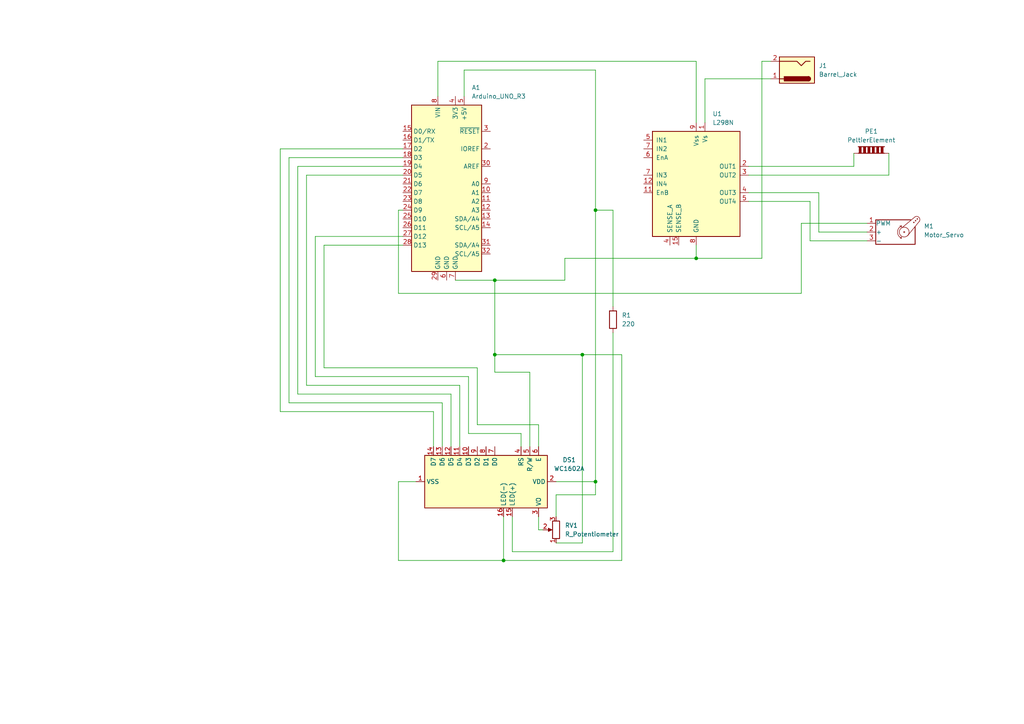
<source format=kicad_sch>
(kicad_sch (version 20231120) (generator "eeschema") (generator_version "8.0")
  (paper "A4")
  (lib_symbols
    (symbol "Connector:Barrel_Jack" (pin_names (offset 1.016))
      (property "Reference" "J" (at 0 5.334 0))
      (property "Value" "Barrel_Jack" (at 0 -5.08 0))
      (symbol "Barrel_Jack_0_1"
        (rectangle (start -5.08 3.81) (end 5.08 -3.81) (stroke (width 0.254)) (fill (type background)))
        (arc (start -3.302 3.175) (mid -3.9343 2.54) (end -3.302 1.905) (stroke (width 0.254)))
        (arc (start -3.302 3.175) (mid -3.9343 2.54) (end -3.302 1.905) (stroke (width 0.254)) (fill (type outline)))
        (polyline (pts (xy 5.08 2.54) (xy 3.81 2.54)) (stroke (width 0.254)))
        (polyline (pts (xy -3.81 -2.54) (xy -2.54 -2.54) (xy -1.27 -1.27) (xy 0 -2.54) (xy 2.54 -2.54) (xy 5.08 -2.54)) (stroke (width 0.254)))
        (rectangle (start 3.683 3.175) (end -3.302 1.905) (stroke (width 0.254)) (fill (type outline)))
      )
      (symbol "Barrel_Jack_1_1"
        (pin passive line (at 7.62 2.54 180) (length 2.54) (name "~") (number "1"))
        (pin passive line (at 7.62 -2.54 180) (length 2.54) (name "~") (number "2"))
      )
    )
    (symbol "Device:PeltierElement" (pin_numbers hide) (pin_names (offset 0))
      (property "Reference" "PE" (at 0 3.175 0))
      (property "Value" "PeltierElement" (at 0 -1.27 0))
      (symbol "PeltierElement_0_1"
        (rectangle (start -3.556 1.905) (end -2.921 0) (fill (type outline)))
        (rectangle (start -2.286 1.905) (end -1.651 0) (fill (type outline)))
        (rectangle (start -0.381 1.905) (end -1.016 0) (fill (type outline)))
        (polyline (pts (xy -3.81 0) (xy 3.81 0)) (stroke (width 0.254)) (fill (type outline)))
        (polyline (pts (xy -3.81 1.905) (xy 3.81 1.905)) (stroke (width 0.254)))
        (rectangle (start 0.889 1.905) (end 0.254 0) (fill (type outline)))
        (rectangle (start 1.524 0) (end 2.159 1.905) (fill (type outline)))
        (rectangle (start 2.794 0) (end 3.429 1.905) (fill (type outline)))
      )
      (symbol "PeltierElement_1_1"
        (pin passive line (at -5.08 0 0) (length 1.27) (name "~") (number "1"))
        (pin passive line (at 5.08 0 180) (length 1.27) (name "~") (number "2"))
      )
    )
    (symbol "Device:R" (pin_numbers hide) (pin_names (offset 0))
      (property "Reference" "R" (at 2.032 0 90))
      (property "Value" "R" (at 0 0 90))
      (symbol "R_0_1"
        (rectangle (start -1.016 -2.54) (end 1.016 2.54) (stroke (width 0.254)))
      )
      (symbol "R_1_1"
        (pin passive line (at 0 3.81 270) (length 1.27) (name "~") (number "1"))
        (pin passive line (at 0 -3.81 90) (length 1.27) (name "~") (number "2"))
      )
    )
    (symbol "Device:R_Potentiometer" (pin_names (offset 1.016) hide)
      (property "Reference" "RV" (at -4.445 0 90))
      (property "Value" "R_Potentiometer" (at -2.54 0 90))
      (symbol "R_Potentiometer_0_1"
        (polyline (pts (xy 2.54 0) (xy 1.524 0)))
        (polyline (pts (xy 1.143 0) (xy 2.286 0.508) (xy 2.286 -0.508) (xy 1.143 0)) (fill (type outline)))
        (rectangle (start 1.016 2.54) (end -1.016 -2.54) (stroke (width 0.254)))
      )
      (symbol "R_Potentiometer_1_1"
        (pin passive line (at 0 3.81 270) (length 1.27) (name "1") (number "1"))
        (pin passive line (at 3.81 0 180) (length 1.27) (name "2") (number "2"))
        (pin passive line (at 0 -3.81 90) (length 1.27) (name "3") (number "3"))
      )
    )
    (symbol "Display_Character:WC1602A"
      (property "Reference" "DS" (at -5.842 19.05 0))
      (property "Value" "WC1602A" (at 5.334 19.05 0))
      (symbol "WC1602A_1_1"
        (rectangle (start -7.62 17.78) (end 7.62 -17.78) (stroke (width 0.254)) (fill (type background)))
        (pin power_in line (at 0 -20.32 90) (length 2.54) (name "VSS") (number "1"))
        (pin input line (at -10.16 -5.08 0) (length 2.54) (name "D3") (number "10"))
        (pin input line (at -10.16 -7.62 0) (length 2.54) (name "D4") (number "11"))
        (pin input line (at -10.16 -10.16 0) (length 2.54) (name "D5") (number "12"))
        (pin input line (at -10.16 -12.7 0) (length 2.54) (name "D6") (number "13"))
        (pin input line (at -10.16 -15.24 0) (length 2.54) (name "D7") (number "14"))
        (pin power_in line (at 10.16 7.62 180) (length 2.54) (name "LED(+)") (number "15"))
        (pin power_in line (at 10.16 5.08 180) (length 2.54) (name "LED(-)") (number "16"))
        (pin power_in line (at 0 20.32 270) (length 2.54) (name "VDD") (number "2"))
        (pin input line (at 10.16 15.24 180) (length 2.54) (name "VO") (number "3"))
        (pin input line (at -10.16 10.16 0) (length 2.54) (name "RS") (number "4"))
        (pin input line (at -10.16 12.7 0) (length 2.54) (name "R/W") (number "5"))
        (pin input line (at -10.16 15.24 0) (length 2.54) (name "E") (number "6"))
        (pin input line (at -10.16 2.54 0) (length 2.54) (name "D0") (number "7"))
        (pin input line (at -10.16 0 0) (length 2.54) (name "D1") (number "8"))
        (pin input line (at -10.16 -2.54 0) (length 2.54) (name "D2") (number "9"))
      )
    )
    (symbol "Driver_Motor:L298N" (pin_names (offset 1.016))
      (property "Reference" "U1" (at 4.7341 20.32 0))
      (property "Value" "L298N" (at 4.7341 17.78 0))
      (symbol "L298N_0_1"
        (rectangle (start -12.7 15.24) (end 12.7 -15.24) (stroke (width 0.254)) (fill (type background)))
      )
      (symbol "L298N_1_1"
        (pin power_in line (at 2.54 17.78 270) (length 2.54) (name "Vs") (number "1"))
        (pin input line (at -15.24 -2.54 0) (length 2.54) (name "EnB") (number "11"))
        (pin input line (at -15.24 0 0) (length 2.54) (name "IN4") (number "12"))
        (pin power_in line (at -5.08 -17.78 90) (length 2.54) (name "SENSE_B") (number "15"))
        (pin output line (at 15.24 5.08 180) (length 2.54) (name "OUT1") (number "2"))
        (pin output line (at 15.24 2.54 180) (length 2.54) (name "OUT2") (number "3"))
        (pin output line (at 15.24 -2.54 180) (length 2.54) (name "OUT3") (number "4"))
        (pin power_in line (at -7.62 -17.78 90) (length 2.54) (name "SENSE_A") (number "4"))
        (pin input line (at -15.24 12.7 0) (length 2.54) (name "IN1") (number "5"))
        (pin output line (at 15.24 -5.08 180) (length 2.54) (name "OUT4") (number "5"))
        (pin input line (at -15.24 7.62 0) (length 2.54) (name "EnA") (number "6"))
        (pin input line (at -15.24 10.16 0) (length 2.54) (name "IN2") (number "7"))
        (pin input line (at -15.24 2.54 0) (length 2.54) (name "IN3") (number "7"))
        (pin power_in line (at 0 -17.78 90) (length 2.54) (name "GND") (number "8"))
        (pin power_in line (at 0 17.78 270) (length 2.54) (name "Vss") (number "9"))
      )
    )
    (symbol "MCU_Module:Arduino_UNO_R3"
      (property "Reference" "A" (at -10.16 23.495 0))
      (property "Value" "Arduino_UNO_R3" (at 5.08 -26.67 0))
      (symbol "Arduino_UNO_R3_0_1"
        (rectangle (start -10.16 22.86) (end 10.16 -25.4) (stroke (width 0.254)) (fill (type background)))
      )
      (symbol "Arduino_UNO_R3_1_1"
        (pin no_connect line (at -10.16 -20.32 0) (length 2.54) hide (name "NC") (number "1"))
        (pin bidirectional line (at 12.7 -2.54 180) (length 2.54) (name "A1") (number "10"))
        (pin bidirectional line (at 12.7 -5.08 180) (length 2.54) (name "A2") (number "11"))
        (pin bidirectional line (at 12.7 -7.62 180) (length 2.54) (name "A3") (number "12"))
        (pin bidirectional line (at 12.7 -10.16 180) (length 2.54) (name "SDA/A4") (number "13"))
        (pin bidirectional line (at 12.7 -12.7 180) (length 2.54) (name "SCL/A5") (number "14"))
        (pin bidirectional line (at -12.7 15.24 0) (length 2.54) (name "D0/RX") (number "15"))
        (pin bidirectional line (at -12.7 12.7 0) (length 2.54) (name "D1/TX") (number "16"))
        (pin bidirectional line (at -12.7 10.16 0) (length 2.54) (name "D2") (number "17"))
        (pin bidirectional line (at -12.7 7.62 0) (length 2.54) (name "D3") (number "18"))
        (pin bidirectional line (at -12.7 5.08 0) (length 2.54) (name "D4") (number "19"))
        (pin output line (at 12.7 10.16 180) (length 2.54) (name "IOREF") (number "2"))
        (pin bidirectional line (at -12.7 2.54 0) (length 2.54) (name "D5") (number "20"))
        (pin bidirectional line (at -12.7 0 0) (length 2.54) (name "D6") (number "21"))
        (pin bidirectional line (at -12.7 -2.54 0) (length 2.54) (name "D7") (number "22"))
        (pin bidirectional line (at -12.7 -5.08 0) (length 2.54) (name "D8") (number "23"))
        (pin bidirectional line (at -12.7 -7.62 0) (length 2.54) (name "D9") (number "24"))
        (pin bidirectional line (at -12.7 -10.16 0) (length 2.54) (name "D10") (number "25"))
        (pin bidirectional line (at -12.7 -12.7 0) (length 2.54) (name "D11") (number "26"))
        (pin bidirectional line (at -12.7 -15.24 0) (length 2.54) (name "D12") (number "27"))
        (pin bidirectional line (at -12.7 -17.78 0) (length 2.54) (name "D13") (number "28"))
        (pin power_in line (at -2.54 -27.94 90) (length 2.54) (name "GND") (number "29"))
        (pin input line (at 12.7 15.24 180) (length 2.54) (name "~{RESET}") (number "3"))
        (pin input line (at 12.7 5.08 180) (length 2.54) (name "AREF") (number "30"))
        (pin bidirectional line (at 12.7 -17.78 180) (length 2.54) (name "SDA/A4") (number "31"))
        (pin bidirectional line (at 12.7 -20.32 180) (length 2.54) (name "SCL/A5") (number "32"))
        (pin power_out line (at 2.54 25.4 270) (length 2.54) (name "3V3") (number "4"))
        (pin power_out line (at 5.08 25.4 270) (length 2.54) (name "+5V") (number "5"))
        (pin power_in line (at 0 -27.94 90) (length 2.54) (name "GND") (number "6"))
        (pin power_in line (at 2.54 -27.94 90) (length 2.54) (name "GND") (number "7"))
        (pin power_in line (at -2.54 25.4 270) (length 2.54) (name "VIN") (number "8"))
        (pin bidirectional line (at 12.7 0 180) (length 2.54) (name "A0") (number "9"))
      )
    )
    (symbol "Motor:Motor_Servo" (pin_names (offset 0.0254))
      (property "Reference" "M" (at -5.08 4.445 0))
      (property "Value" "Motor_Servo" (at -5.08 -4.064 0))
      (symbol "Motor_Servo_0_1"
        (polyline (pts (xy 2.413 -1.778) (xy 2.032 -1.778)))
        (polyline (pts (xy 2.413 -1.778) (xy 2.286 -1.397)))
        (polyline (pts (xy 2.413 1.778) (xy 1.905 1.778)))
        (polyline (pts (xy 2.413 1.778) (xy 2.286 1.397)))
        (polyline (pts (xy 6.35 4.445) (xy 2.54 1.27)))
        (polyline (pts (xy 7.62 3.175) (xy 4.191 -1.016)))
        (polyline (pts (xy 5.08 3.556) (xy -5.08 3.556) (xy -5.08 -3.556) (xy 6.35 -3.556) (xy 6.35 1.524)) (stroke (width 0.254)))
        (arc (start 2.413 1.778) (mid 1.2406 0) (end 2.413 -1.778))
        (circle (center 3.175 0) (radius 0.1778))
        (circle (center 3.175 0) (radius 1.4224))
        (circle (center 5.969 2.794) (radius 0.127))
        (circle (center 6.477 3.302) (radius 0.127))
        (circle (center 6.985 3.81) (radius 0.127))
        (arc (start 7.62 3.175) (mid 7.4485 4.2735) (end 6.35 4.445))
      )
      (symbol "Motor_Servo_1_1"
        (pin passive line (at -7.62 2.54 0) (length 2.54) (name "PWM") (number "1"))
        (pin passive line (at -7.62 0 0) (length 2.54) (name "+") (number "2"))
        (pin passive line (at -7.62 -2.54 0) (length 2.54) (name "-") (number "3"))
      )
    )
  )
  (junction (at 143.51 102.87))
  (junction (at 146.05 162.56))
  (junction (at 172.72 60.96))
  (junction (at 143.51 81.28))
  (junction (at 172.72 139.7))
  (junction (at 168.91 102.87))
  (junction (at 201.93 74.93))
  (wire (pts (xy 247.65 48.26) (xy 247.65 44.45)))
  (wire (pts (xy 93.98 106.68) (xy 93.98 71.12)))
  (wire (pts (xy 115.57 85.09) (xy 232.41 85.09)))
  (wire (pts (xy 157.48 153.67) (xy 156.21 153.67)))
  (wire (pts (xy 130.81 114.3) (xy 86.36 114.3)))
  (wire (pts (xy 148.59 149.86) (xy 148.59 160.02)))
  (wire (pts (xy 201.93 17.78) (xy 127 17.78)))
  (wire (pts (xy 161.29 157.48) (xy 168.91 157.48)))
  (wire (pts (xy 88.9 50.8) (xy 116.84 50.8)))
  (wire (pts (xy 156.21 129.54) (xy 156.21 123.19)))
  (wire (pts (xy 138.43 106.68) (xy 93.98 106.68)))
  (wire (pts (xy 153.67 107.95) (xy 143.51 107.95)))
  (wire (pts (xy 220.98 17.78) (xy 220.98 74.93)))
  (wire (pts (xy 177.8 160.02) (xy 148.59 160.02)))
  (wire (pts (xy 138.43 123.19) (xy 138.43 106.68)))
  (wire (pts (xy 91.44 68.58) (xy 116.84 68.58)))
  (wire (pts (xy 168.91 102.87) (xy 143.51 102.87)))
  (wire (pts (xy 151.13 125.73) (xy 135.89 125.73)))
  (wire (pts (xy 81.28 43.18) (xy 116.84 43.18)))
  (wire (pts (xy 163.83 74.93) (xy 201.93 74.93)))
  (wire (pts (xy 177.8 60.96) (xy 172.72 60.96)))
  (wire (pts (xy 217.17 55.88) (xy 237.49 55.88)))
  (wire (pts (xy 257.81 44.45) (xy 257.81 50.8)))
  (wire (pts (xy 232.41 85.09) (xy 232.41 64.77)))
  (wire (pts (xy 201.93 74.93) (xy 220.98 74.93)))
  (wire (pts (xy 120.65 139.7) (xy 115.57 139.7)))
  (wire (pts (xy 201.93 35.56) (xy 201.93 17.78)))
  (wire (pts (xy 217.17 50.8) (xy 257.81 50.8)))
  (wire (pts (xy 223.52 17.78) (xy 220.98 17.78)))
  (wire (pts (xy 143.51 81.28) (xy 132.08 81.28)))
  (wire (pts (xy 237.49 67.31) (xy 251.46 67.31)))
  (wire (pts (xy 153.67 129.54) (xy 153.67 107.95)))
  (wire (pts (xy 234.95 58.42) (xy 234.95 69.85)))
  (wire (pts (xy 151.13 129.54) (xy 151.13 125.73)))
  (wire (pts (xy 127 17.78) (xy 127 27.94)))
  (wire (pts (xy 161.29 139.7) (xy 172.72 139.7)))
  (wire (pts (xy 177.8 60.96) (xy 177.8 88.9)))
  (wire (pts (xy 172.72 143.51) (xy 172.72 139.7)))
  (wire (pts (xy 116.84 60.96) (xy 115.57 60.96)))
  (wire (pts (xy 133.35 129.54) (xy 133.35 111.76)))
  (wire (pts (xy 223.52 22.86) (xy 204.47 22.86)))
  (wire (pts (xy 135.89 109.22) (xy 91.44 109.22)))
  (wire (pts (xy 172.72 20.32) (xy 172.72 60.96)))
  (wire (pts (xy 161.29 143.51) (xy 172.72 143.51)))
  (wire (pts (xy 168.91 157.48) (xy 168.91 102.87)))
  (wire (pts (xy 134.62 27.94) (xy 134.62 20.32)))
  (wire (pts (xy 217.17 48.26) (xy 247.65 48.26)))
  (wire (pts (xy 217.17 58.42) (xy 234.95 58.42)))
  (wire (pts (xy 156.21 123.19) (xy 138.43 123.19)))
  (wire (pts (xy 88.9 111.76) (xy 88.9 50.8)))
  (wire (pts (xy 93.98 71.12) (xy 116.84 71.12)))
  (wire (pts (xy 177.8 96.52) (xy 177.8 160.02)))
  (wire (pts (xy 115.57 60.96) (xy 115.57 85.09)))
  (wire (pts (xy 172.72 139.7) (xy 172.72 60.96)))
  (wire (pts (xy 201.93 71.12) (xy 201.93 74.93)))
  (wire (pts (xy 81.28 119.38) (xy 81.28 43.18)))
  (wire (pts (xy 128.27 116.84) (xy 83.82 116.84)))
  (wire (pts (xy 143.51 81.28) (xy 143.51 102.87)))
  (wire (pts (xy 146.05 162.56) (xy 180.34 162.56)))
  (wire (pts (xy 115.57 139.7) (xy 115.57 162.56)))
  (wire (pts (xy 83.82 116.84) (xy 83.82 45.72)))
  (wire (pts (xy 115.57 162.56) (xy 146.05 162.56)))
  (wire (pts (xy 143.51 102.87) (xy 143.51 107.95)))
  (wire (pts (xy 163.83 74.93) (xy 163.83 81.28)))
  (wire (pts (xy 237.49 55.88) (xy 237.49 67.31)))
  (wire (pts (xy 125.73 119.38) (xy 81.28 119.38)))
  (wire (pts (xy 86.36 48.26) (xy 116.84 48.26)))
  (wire (pts (xy 133.35 111.76) (xy 88.9 111.76)))
  (wire (pts (xy 180.34 162.56) (xy 180.34 102.87)))
  (wire (pts (xy 204.47 22.86) (xy 204.47 35.56)))
  (wire (pts (xy 91.44 109.22) (xy 91.44 68.58)))
  (wire (pts (xy 180.34 102.87) (xy 168.91 102.87)))
  (wire (pts (xy 234.95 69.85) (xy 251.46 69.85)))
  (wire (pts (xy 130.81 129.54) (xy 130.81 114.3)))
  (wire (pts (xy 163.83 81.28) (xy 143.51 81.28)))
  (wire (pts (xy 156.21 153.67) (xy 156.21 149.86)))
  (wire (pts (xy 128.27 129.54) (xy 128.27 116.84)))
  (wire (pts (xy 125.73 129.54) (xy 125.73 119.38)))
  (wire (pts (xy 146.05 162.56) (xy 146.05 149.86)))
  (wire (pts (xy 161.29 149.86) (xy 161.29 143.51)))
  (wire (pts (xy 135.89 125.73) (xy 135.89 109.22)))
  (wire (pts (xy 134.62 20.32) (xy 172.72 20.32)))
  (wire (pts (xy 83.82 45.72) (xy 116.84 45.72)))
  (wire (pts (xy 86.36 114.3) (xy 86.36 48.26)))
  (wire (pts (xy 232.41 64.77) (xy 251.46 64.77)))
  (symbol (lib_id "Driver_Motor:L298N") (at 201.93 53.34 0) (unit 1)
    (property "Reference" "U1" (at 206.6641 33.02 0) (effects (justify left)))
    (property "Value" "L298N" (at 206.6641 35.56 0) (effects (justify left)))
    (property "Footprint" "TerminalBlock_Phoenix:TerminalBlock_Phoenix_MKDS-1,5-5_1x05_P5.00mm_Horizontal" (effects (hide yes)))
    (property "Datasheet" "http://www.st.com/st-web-ui/static/active/en/resource/technical/document/datasheet/CD00000240.pdf" (effects (hide yes)))
    (property "Description" "Dual full bridge motor driver, up to 46V, 4A, Multiwatt15-V" (effects (hide yes)))
  )
  (symbol (lib_id "Display_Character:WC1602A") (at 140.97 139.7 270) (unit 1)
    (property "Reference" "DS1" (at 165.1 133.3814 90))
    (property "Value" "WC1602A" (at 165.1 135.9214 90))
    (property "Footprint" "Display:WC1602A" (effects (hide yes)))
    (property "Datasheet" "http://www.wincomlcd.com/pdf/WC1602A-SFYLYHTC06.pdf" (effects (hide yes)))
    (property "Description" "LCD 16x2 Alphanumeric , 8 bit parallel bus, 5V VDD" (effects (hide yes)))
  )
  (symbol (lib_id "Connector:Barrel_Jack") (at 231.14 20.32 180) (unit 1)
    (property "Reference" "J1" (at 237.49 19.0499 0) (effects (justify right)))
    (property "Value" "Barrel_Jack" (at 237.49 21.5899 0) (effects (justify right)))
    (property "Footprint" "TerminalBlock_Phoenix:TerminalBlock_Phoenix_MKDS-1,5-2_1x02_P5.00mm_Horizontal" (effects (hide yes)))
    (property "Description" "DC Barrel Jack" (effects (hide yes)))
  )
  (symbol (lib_id "Motor:Motor_Servo") (at 259.08 67.31 0) (unit 1)
    (property "Reference" "M1" (at 267.97 65.6065 0) (effects (justify left)))
    (property "Value" "Motor_Servo" (at 267.97 68.1465 0) (effects (justify left)))
    (property "Footprint" "Connector_PinHeader_2.54mm:PinHeader_1x03_P2.54mm_Vertical" (effects (hide yes)))
    (property "Datasheet" "http://forums.parallax.com/uploads/attachments/46831/74481.png" (effects (hide yes)))
    (property "Description" "Servo Motor (Futaba, HiTec, JR connector)" (effects (hide yes)))
  )
  (symbol (lib_id "Device:PeltierElement") (at 252.73 44.45 0) (unit 1)
    (property "Reference" "PE1" (at 252.73 38.1 0))
    (property "Value" "PeltierElement" (at 252.73 40.64 0))
    (property "Footprint" "TerminalBlock_Phoenix:TerminalBlock_Phoenix_MKDS-1,5-2_1x02_P5.00mm_Horizontal" (effects (hide yes)))
    (property "Description" "Peltier element, thermoelectric cooler" (effects (hide yes)))
  )
  (symbol (lib_id "Device:R_Potentiometer") (at 161.29 153.67 180) (unit 1)
    (property "Reference" "RV1" (at 163.83 152.3999 0) (effects (justify right)))
    (property "Value" "R_Potentiometer" (at 163.83 154.9399 0) (effects (justify right)))
    (property "Footprint" "Potentiometer_THT:Potentiometer_ACP_CA6-H2,5_Horizontal" (effects (hide yes)))
    (property "Description" "Potentiometer" (effects (hide yes)))
  )
  (symbol (lib_id "Device:R") (at 177.8 92.71 180) (unit 1)
    (property "Reference" "R1" (at 180.34 91.4399 0) (effects (justify right)))
    (property "Value" "220" (at 180.34 93.9799 0) (effects (justify right)))
    (property "Footprint" "Resistor_THT:R_Axial_DIN0204_L3.6mm_D1.6mm_P5.08mm_Horizontal" (effects (hide yes)))
    (property "Description" "Resistor" (effects (hide yes)))
  )
  (symbol (lib_id "MCU_Module:Arduino_UNO_R3") (at 129.54 53.34 0) (unit 1)
    (property "Reference" "A1" (at 136.8141 25.4 0) (effects (justify left)))
    (property "Value" "Arduino_UNO_R3" (at 136.8141 27.94 0) (effects (justify left)))
    (property "Footprint" "TerminalBlock_Phoenix:TerminalBlock_Phoenix_MKDS-1,5-9_1x09_P5.00mm_Horizontal" (effects (hide yes)))
    (property "Datasheet" "https://www.arduino.cc/en/Main/arduinoBoardUno" (effects (hide yes)))
    (property "Description" "Arduino UNO Microcontroller Module, release 3" (effects (hide yes)))
  )
)
</source>
